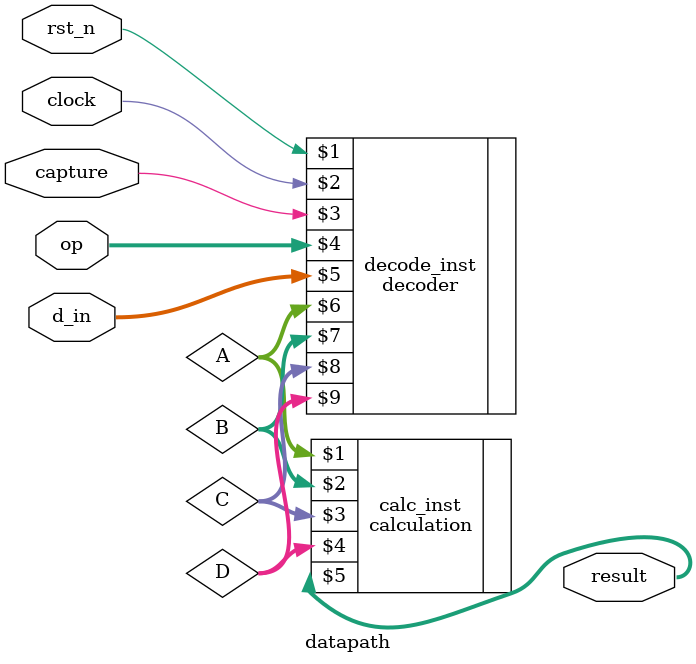
<source format=v>

module datapath (
  input rst_n, clock, capture,
  input [1:0] op,
  input [3:0] d_in,
  output [4:0] result
);

  wire [3:0] A, B, C, D;

  decoder decode_inst (rst_n, clock, capture, op, d_in, A, B, C, D);
  calculation calc_inst (A, B, C, D, result);

endmodule

</source>
